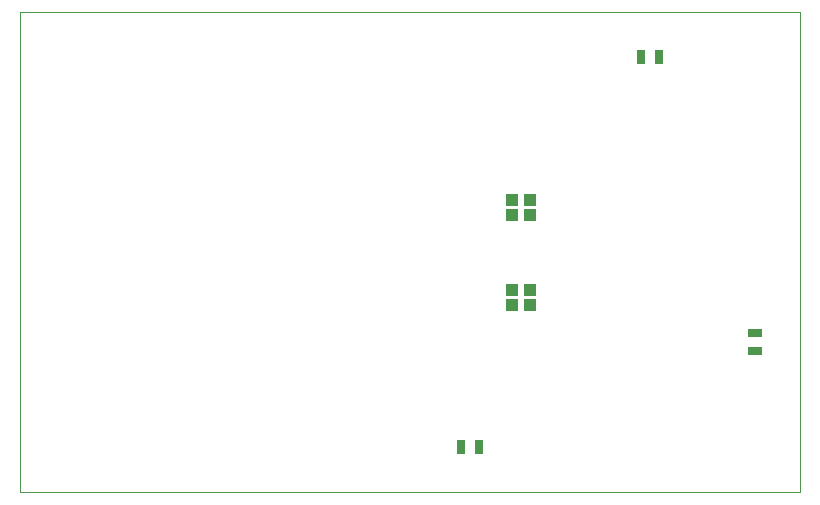
<source format=gbp>
%TF.FileFunction,Paste,Bot*%
%FSLAX46Y46*%
G04 Gerber Fmt 4.6, Leading zero omitted, Abs format (unit mm)*
G04 Created by KiCad (PCBNEW (2014-09-08 BZR 5122)-product) date Wed 17 Dec 2014 07:33:54 PM CET*
%MOMM*%
G01*
G04 APERTURE LIST*
%ADD10C,0.020000*%
%ADD11C,0.100000*%
%ADD12R,0.635000X1.143000*%
%ADD13R,1.143000X0.635000*%
%ADD14R,1.000000X1.000000*%
G04 APERTURE END LIST*
D10*
D11*
X66040000Y0D02*
X0Y0D01*
X0Y40640000D02*
X66040000Y40640000D01*
X0Y40640000D02*
X0Y0D01*
X66040000Y0D02*
X66040000Y40640000D01*
D12*
X38862000Y3810000D03*
X37338000Y3810000D03*
D13*
X62230000Y13462000D03*
X62230000Y11938000D03*
D12*
X52578000Y36830000D03*
X54102000Y36830000D03*
D14*
X43180000Y15860000D03*
X43180000Y17160000D03*
X41656000Y15860000D03*
X41656000Y17160000D03*
X43180000Y23480000D03*
X43180000Y24780000D03*
X41656000Y23480000D03*
X41656000Y24780000D03*
M02*

</source>
